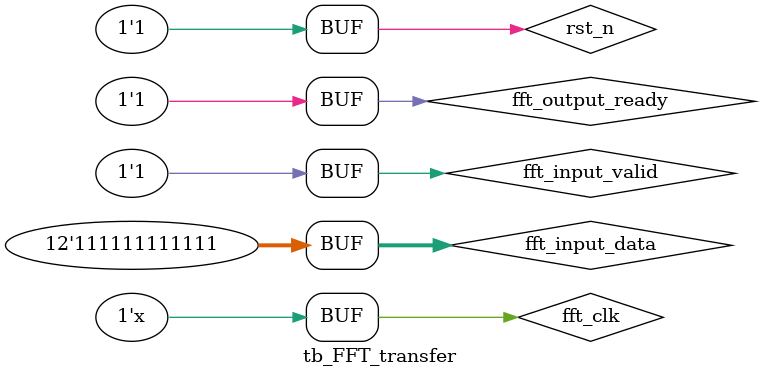
<source format=v>
`timescale 1ns / 1ps
module tb_FFT_transfer;

reg fft_clk;
reg rst_n;

reg[11:0]fft_input_data;
reg fft_input_valid;
wire fft_input_ready;

wire [11:0]fft_output_data;
wire fft_data_valid;
reg fft_output_ready;

initial begin 
    fft_clk = 1'b0;
    rst_n = 1'b0;
    fft_input_valid = 1'b1;
    fft_output_ready = 1'b1;
    fft_input_data = 12'd4095;
    #10 rst_n = 1'b1;
    end
always #5 fft_clk = ~fft_clk;

reg [31:0]clk_cnt;
always@(posedge fft_clk or negedge rst_n)
begin
    if(!rst_n)
        clk_cnt <= 32'd0;
    else 
        clk_cnt <= clk_cnt + 32'd1;
end
/*
reg state;
reg [7:0]state_cnt;
always@(posedge fft_clk or negedge rst_n)
begin
    if(!rst_n)
    begin
        state <= 1'b0;
        state_cnt <= 8'd0;
        fft_input_data <= 12'd0;
    end
    else
    begin
        case(state)
            1'b0:begin if(state_cnt <= 8'd200)state_cnt <= state_cnt + 8'd1; else begin state_cnt <= 8'd0; state <= 1'b1; fft_input_data <= 12'd4095; end end
            1'b1:begin if(state_cnt <= 8'd200)state_cnt <= state_cnt + 8'd1; else begin state_cnt <= 8'd0; state <= 1'b0; fft_input_data <= 12'd0; end end
        endcase
    end
end
*/
//********
FFT_transfer    FFT_transfer_0(
    .fft_clk                        (fft_clk                ),//FFTÄ£¿éÊ±ÖÓ      
    .rst_n                          (rst_n                  ),
                           
    .fft_input_data                 (fft_input_data         ),//FFTÄ£¿éÊäÈëÊý¾Ý                 
    .fft_input_valid                (fft_input_valid        ),
    .fft_input_ready                (fft_input_ready        ),
    
    .fft_output_data                (fft_output_data        ),//FFTÄ£¿éÊä³öÊý¾Ý                         
    .fft_data_valid                 (fft_data_valid         ),//                                
    .fft_output_ready               (fft_output_ready       )
    );
    
endmodule

</source>
